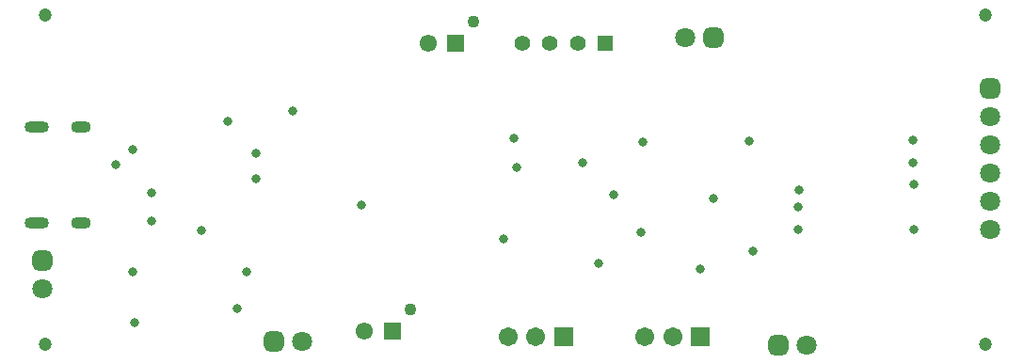
<source format=gbs>
%FSTAX23Y23*%
%MOIN*%
%SFA1B1*%

%IPPOS*%
%AMD49*
4,1,8,0.015700,0.035500,-0.015700,0.035500,-0.035500,0.015700,-0.035500,-0.015700,-0.015700,-0.035500,0.015700,-0.035500,0.035500,-0.015700,0.035500,0.015700,0.015700,0.035500,0.0*
1,1,0.039496,0.015700,0.015700*
1,1,0.039496,-0.015700,0.015700*
1,1,0.039496,-0.015700,-0.015700*
1,1,0.039496,0.015700,-0.015700*
%
%AMD51*
4,1,8,0.043300,0.000000,0.043300,0.000000,0.023600,0.019700,-0.023600,0.019700,-0.043300,0.000000,-0.043300,0.000000,-0.023600,-0.019700,0.023600,-0.019700,0.043300,0.000000,0.0*
1,1,0.039370,0.023600,0.000000*
1,1,0.039370,0.023600,0.000000*
1,1,0.039370,-0.023600,0.000000*
1,1,0.039370,-0.023600,0.000000*
%
%AMD52*
4,1,8,0.035400,0.000000,0.035400,0.000000,0.015700,0.019700,-0.015700,0.019700,-0.035400,0.000000,-0.035400,0.000000,-0.015700,-0.019700,0.015700,-0.019700,0.035400,0.000000,0.0*
1,1,0.039370,0.015700,0.000000*
1,1,0.039370,0.015700,0.000000*
1,1,0.039370,-0.015700,0.000000*
1,1,0.039370,-0.015700,0.000000*
%
%AMD55*
4,1,8,0.035500,-0.015700,0.035500,0.015700,0.015700,0.035500,-0.015700,0.035500,-0.035500,0.015700,-0.035500,-0.015700,-0.015700,-0.035500,0.015700,-0.035500,0.035500,-0.015700,0.0*
1,1,0.039496,0.015700,-0.015700*
1,1,0.039496,0.015700,0.015700*
1,1,0.039496,-0.015700,0.015700*
1,1,0.039496,-0.015700,-0.015700*
%
%ADD48C,0.047370*%
G04~CAMADD=49~8~0.0~0.0~709.9~709.9~197.5~0.0~15~0.0~0.0~0.0~0.0~0~0.0~0.0~0.0~0.0~0~0.0~0.0~0.0~0.0~709.9~709.9*
%ADD49D49*%
%ADD50C,0.070992*%
G04~CAMADD=51~8~0.0~0.0~393.7~866.1~196.9~0.0~15~0.0~0.0~0.0~0.0~0~0.0~0.0~0.0~0.0~0~0.0~0.0~0.0~270.0~866.0~394.0*
%ADD51D51*%
G04~CAMADD=52~8~0.0~0.0~393.7~708.7~196.9~0.0~15~0.0~0.0~0.0~0.0~0~0.0~0.0~0.0~0.0~0~0.0~0.0~0.0~270.0~707.0~393.0*
%ADD52D52*%
%ADD53C,0.067370*%
%ADD54R,0.067370X0.067370*%
G04~CAMADD=55~8~0.0~0.0~709.9~709.9~197.5~0.0~15~0.0~0.0~0.0~0.0~0~0.0~0.0~0.0~0.0~0~0.0~0.0~0.0~270.0~710.0~710.0*
%ADD55D55*%
%ADD56R,0.061024X0.061024*%
%ADD57C,0.061024*%
%ADD58C,0.043307*%
%ADD59R,0.055118X0.055118*%
%ADD60C,0.055118*%
%ADD61C,0.032000*%
%LNflowmeter-1*%
%LPD*%
G54D48*
X00105Y00105D03*
X03435D03*
X00105Y0127D03*
X03435D03*
G54D49*
X00915Y00115D03*
X027Y001D03*
X0247Y0119D03*
G54D50*
X01015Y00115D03*
X028Y001D03*
X0237Y0119D03*
X0345Y0051D03*
Y0061D03*
Y0081D03*
Y0091D03*
Y0071D03*
X00095Y003D03*
G54D51*
X00074Y00875D03*
Y00534D03*
G54D52*
X00232Y00875D03*
Y00534D03*
G54D53*
X02228Y0013D03*
X02326D03*
X01842Y00129D03*
X01744D03*
G54D54*
X02425Y0013D03*
X0194Y00129D03*
G54D55*
X0345Y0101D03*
X00095Y004D03*
G54D56*
X01334Y00149D03*
X01559Y01169D03*
G54D57*
X01235Y00149D03*
X0146Y01169D03*
G54D58*
X01396Y00227D03*
X01622Y01248D03*
G54D59*
X02088Y0117D03*
G54D60*
X0199Y0117D03*
X01891D03*
X01793D03*
G54D61*
X00852Y0069D03*
X01225Y00597D03*
X01773Y0073D03*
X00482Y00541D03*
X00818Y00359D03*
X00656Y00508D03*
X0261Y00433D03*
X0247Y00622D03*
X00355Y00742D03*
X00413Y00795D03*
X00785Y0023D03*
X00421Y00179D03*
X00852Y00781D03*
X00981Y00931D03*
X00752Y00893D03*
X00415Y00359D03*
X02424Y00372D03*
X02118Y00633D03*
X02064Y0039D03*
X02221Y00821D03*
X01765Y00833D03*
X02213Y00502D03*
X02597Y00825D03*
X02007Y00746D03*
X00482Y00641D03*
X01729Y00478D03*
X02774Y0065D03*
X02771Y00589D03*
Y0051D03*
X0318Y00512D03*
X03179Y00826D03*
X03178Y00748D03*
X0318Y0067D03*
M02*
</source>
